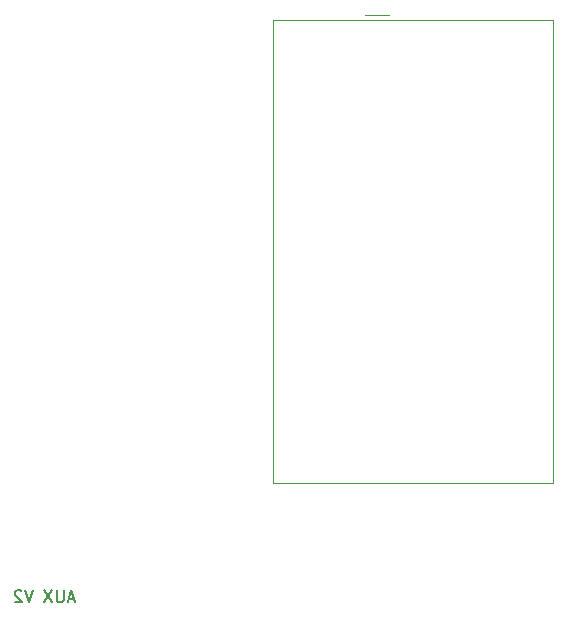
<source format=gbr>
%TF.GenerationSoftware,KiCad,Pcbnew,7.0.7*%
%TF.CreationDate,2025-12-05T14:06:05+01:00*%
%TF.ProjectId,centralv2,63656e74-7261-46c7-9632-2e6b69636164,rev?*%
%TF.SameCoordinates,Original*%
%TF.FileFunction,Legend,Bot*%
%TF.FilePolarity,Positive*%
%FSLAX46Y46*%
G04 Gerber Fmt 4.6, Leading zero omitted, Abs format (unit mm)*
G04 Created by KiCad (PCBNEW 7.0.7) date 2025-12-05 14:06:05*
%MOMM*%
%LPD*%
G01*
G04 APERTURE LIST*
%ADD10C,0.200000*%
%ADD11C,0.120000*%
G04 APERTURE END LIST*
D10*
X69557945Y-87281504D02*
X69081755Y-87281504D01*
X69653183Y-87567219D02*
X69319850Y-86567219D01*
X69319850Y-86567219D02*
X68986517Y-87567219D01*
X68653183Y-86567219D02*
X68653183Y-87376742D01*
X68653183Y-87376742D02*
X68605564Y-87471980D01*
X68605564Y-87471980D02*
X68557945Y-87519600D01*
X68557945Y-87519600D02*
X68462707Y-87567219D01*
X68462707Y-87567219D02*
X68272231Y-87567219D01*
X68272231Y-87567219D02*
X68176993Y-87519600D01*
X68176993Y-87519600D02*
X68129374Y-87471980D01*
X68129374Y-87471980D02*
X68081755Y-87376742D01*
X68081755Y-87376742D02*
X68081755Y-86567219D01*
X67700802Y-86567219D02*
X67034136Y-87567219D01*
X67034136Y-86567219D02*
X67700802Y-87567219D01*
X66034135Y-86567219D02*
X65700802Y-87567219D01*
X65700802Y-87567219D02*
X65367469Y-86567219D01*
X65081754Y-86662457D02*
X65034135Y-86614838D01*
X65034135Y-86614838D02*
X64938897Y-86567219D01*
X64938897Y-86567219D02*
X64700802Y-86567219D01*
X64700802Y-86567219D02*
X64605564Y-86614838D01*
X64605564Y-86614838D02*
X64557945Y-86662457D01*
X64557945Y-86662457D02*
X64510326Y-86757695D01*
X64510326Y-86757695D02*
X64510326Y-86852933D01*
X64510326Y-86852933D02*
X64557945Y-86995790D01*
X64557945Y-86995790D02*
X65129373Y-87567219D01*
X65129373Y-87567219D02*
X64510326Y-87567219D01*
D11*
%TO.C,PS2*%
X94200000Y-37870000D02*
X96210000Y-37870000D01*
X86340000Y-38250000D02*
X110060000Y-38250000D01*
X110060000Y-38260000D02*
X110060000Y-77470000D01*
X86340000Y-77470000D02*
X86340000Y-38260000D01*
X110060000Y-77470000D02*
X86340000Y-77470000D01*
%TD*%
M02*

</source>
